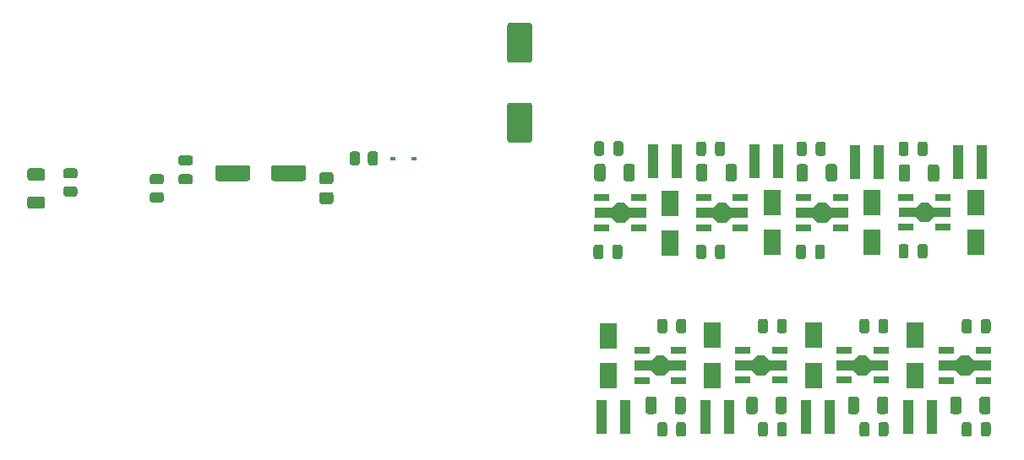
<source format=gtp>
G04 #@! TF.GenerationSoftware,KiCad,Pcbnew,5.1.11-e4df9d881f~92~ubuntu20.04.1*
G04 #@! TF.CreationDate,2021-10-31T15:28:21+01:00*
G04 #@! TF.ProjectId,CC dimmer low voltage,43432064-696d-46d6-9572-206c6f772076,0.96*
G04 #@! TF.SameCoordinates,Original*
G04 #@! TF.FileFunction,Paste,Top*
G04 #@! TF.FilePolarity,Positive*
%FSLAX46Y46*%
G04 Gerber Fmt 4.6, Leading zero omitted, Abs format (unit mm)*
G04 Created by KiCad (PCBNEW 5.1.11-e4df9d881f~92~ubuntu20.04.1) date 2021-10-31 15:28:21*
%MOMM*%
%LPD*%
G01*
G04 APERTURE LIST*
%ADD10C,0.150000*%
%ADD11R,1.500000X0.700000*%
%ADD12R,0.980000X3.400000*%
%ADD13R,1.800000X2.500000*%
%ADD14R,0.600000X0.450000*%
G04 APERTURE END LIST*
G36*
G01*
X167785200Y-76116200D02*
X167785200Y-75166200D01*
G75*
G02*
X168035200Y-74916200I250000J0D01*
G01*
X168535200Y-74916200D01*
G75*
G02*
X168785200Y-75166200I0J-250000D01*
G01*
X168785200Y-76116200D01*
G75*
G02*
X168535200Y-76366200I-250000J0D01*
G01*
X168035200Y-76366200D01*
G75*
G02*
X167785200Y-76116200I0J250000D01*
G01*
G37*
G36*
G01*
X165885200Y-76116200D02*
X165885200Y-75166200D01*
G75*
G02*
X166135200Y-74916200I250000J0D01*
G01*
X166635200Y-74916200D01*
G75*
G02*
X166885200Y-75166200I0J-250000D01*
G01*
X166885200Y-76116200D01*
G75*
G02*
X166635200Y-76366200I-250000J0D01*
G01*
X166135200Y-76366200D01*
G75*
G02*
X165885200Y-76116200I0J250000D01*
G01*
G37*
D10*
G36*
X167679800Y-72229600D02*
G01*
X165979800Y-72229600D01*
X165979800Y-71229600D01*
X167679800Y-71229600D01*
X168179800Y-70729600D01*
X168979800Y-70729600D01*
X169479800Y-71229600D01*
X171179800Y-71229600D01*
X171179800Y-72229600D01*
X169479800Y-72229600D01*
X168979800Y-72729600D01*
X168179800Y-72729600D01*
X167679800Y-72229600D01*
G37*
D11*
X170429800Y-70229600D03*
X170429800Y-73229600D03*
X166729800Y-70229600D03*
X166729800Y-73229600D03*
D12*
X166709000Y-92176600D03*
X169079000Y-92176600D03*
X177097600Y-92176600D03*
X179467600Y-92176600D03*
X187215600Y-92176600D03*
X189585600Y-92176600D03*
X197443000Y-92176600D03*
X199813000Y-92176600D03*
X204816800Y-66598800D03*
X202446800Y-66598800D03*
X194479000Y-66598800D03*
X192109000Y-66598800D03*
X184395200Y-66548000D03*
X182025200Y-66548000D03*
X174209800Y-66573400D03*
X171839800Y-66573400D03*
D11*
X186948200Y-73204200D03*
X186948200Y-70204200D03*
X190648200Y-73204200D03*
X190648200Y-70204200D03*
D10*
G36*
X187898200Y-72204200D02*
G01*
X186198200Y-72204200D01*
X186198200Y-71204200D01*
X187898200Y-71204200D01*
X188398200Y-70704200D01*
X189198200Y-70704200D01*
X189698200Y-71204200D01*
X191398200Y-71204200D01*
X191398200Y-72204200D01*
X189698200Y-72204200D01*
X189198200Y-72704200D01*
X188398200Y-72704200D01*
X187898200Y-72204200D01*
G37*
D13*
X198120000Y-84029800D03*
X198120000Y-88029800D03*
X177774600Y-88029800D03*
X177774600Y-84029800D03*
G36*
G01*
X165961400Y-65753000D02*
X165961400Y-64803000D01*
G75*
G02*
X166211400Y-64553000I250000J0D01*
G01*
X166711400Y-64553000D01*
G75*
G02*
X166961400Y-64803000I0J-250000D01*
G01*
X166961400Y-65753000D01*
G75*
G02*
X166711400Y-66003000I-250000J0D01*
G01*
X166211400Y-66003000D01*
G75*
G02*
X165961400Y-65753000I0J250000D01*
G01*
G37*
G36*
G01*
X167861400Y-65753000D02*
X167861400Y-64803000D01*
G75*
G02*
X168111400Y-64553000I250000J0D01*
G01*
X168611400Y-64553000D01*
G75*
G02*
X168861400Y-64803000I0J-250000D01*
G01*
X168861400Y-65753000D01*
G75*
G02*
X168611400Y-66003000I-250000J0D01*
G01*
X168111400Y-66003000D01*
G75*
G02*
X167861400Y-65753000I0J250000D01*
G01*
G37*
G36*
G01*
X176172200Y-76116200D02*
X176172200Y-75166200D01*
G75*
G02*
X176422200Y-74916200I250000J0D01*
G01*
X176922200Y-74916200D01*
G75*
G02*
X177172200Y-75166200I0J-250000D01*
G01*
X177172200Y-76116200D01*
G75*
G02*
X176922200Y-76366200I-250000J0D01*
G01*
X176422200Y-76366200D01*
G75*
G02*
X176172200Y-76116200I0J250000D01*
G01*
G37*
G36*
G01*
X178072200Y-76116200D02*
X178072200Y-75166200D01*
G75*
G02*
X178322200Y-74916200I250000J0D01*
G01*
X178822200Y-74916200D01*
G75*
G02*
X179072200Y-75166200I0J-250000D01*
G01*
X179072200Y-76116200D01*
G75*
G02*
X178822200Y-76366200I-250000J0D01*
G01*
X178322200Y-76366200D01*
G75*
G02*
X178072200Y-76116200I0J250000D01*
G01*
G37*
G36*
G01*
X176172200Y-65778400D02*
X176172200Y-64828400D01*
G75*
G02*
X176422200Y-64578400I250000J0D01*
G01*
X176922200Y-64578400D01*
G75*
G02*
X177172200Y-64828400I0J-250000D01*
G01*
X177172200Y-65778400D01*
G75*
G02*
X176922200Y-66028400I-250000J0D01*
G01*
X176422200Y-66028400D01*
G75*
G02*
X176172200Y-65778400I0J250000D01*
G01*
G37*
G36*
G01*
X178072200Y-65778400D02*
X178072200Y-64828400D01*
G75*
G02*
X178322200Y-64578400I250000J0D01*
G01*
X178822200Y-64578400D01*
G75*
G02*
X179072200Y-64828400I0J-250000D01*
G01*
X179072200Y-65778400D01*
G75*
G02*
X178822200Y-66028400I-250000J0D01*
G01*
X178322200Y-66028400D01*
G75*
G02*
X178072200Y-65778400I0J250000D01*
G01*
G37*
G36*
G01*
X186179800Y-76116200D02*
X186179800Y-75166200D01*
G75*
G02*
X186429800Y-74916200I250000J0D01*
G01*
X186929800Y-74916200D01*
G75*
G02*
X187179800Y-75166200I0J-250000D01*
G01*
X187179800Y-76116200D01*
G75*
G02*
X186929800Y-76366200I-250000J0D01*
G01*
X186429800Y-76366200D01*
G75*
G02*
X186179800Y-76116200I0J250000D01*
G01*
G37*
G36*
G01*
X188079800Y-76116200D02*
X188079800Y-75166200D01*
G75*
G02*
X188329800Y-74916200I250000J0D01*
G01*
X188829800Y-74916200D01*
G75*
G02*
X189079800Y-75166200I0J-250000D01*
G01*
X189079800Y-76116200D01*
G75*
G02*
X188829800Y-76366200I-250000J0D01*
G01*
X188329800Y-76366200D01*
G75*
G02*
X188079800Y-76116200I0J250000D01*
G01*
G37*
G36*
G01*
X188156000Y-65778400D02*
X188156000Y-64828400D01*
G75*
G02*
X188406000Y-64578400I250000J0D01*
G01*
X188906000Y-64578400D01*
G75*
G02*
X189156000Y-64828400I0J-250000D01*
G01*
X189156000Y-65778400D01*
G75*
G02*
X188906000Y-66028400I-250000J0D01*
G01*
X188406000Y-66028400D01*
G75*
G02*
X188156000Y-65778400I0J250000D01*
G01*
G37*
G36*
G01*
X186256000Y-65778400D02*
X186256000Y-64828400D01*
G75*
G02*
X186506000Y-64578400I250000J0D01*
G01*
X187006000Y-64578400D01*
G75*
G02*
X187256000Y-64828400I0J-250000D01*
G01*
X187256000Y-65778400D01*
G75*
G02*
X187006000Y-66028400I-250000J0D01*
G01*
X186506000Y-66028400D01*
G75*
G02*
X186256000Y-65778400I0J250000D01*
G01*
G37*
G36*
G01*
X198366800Y-76065400D02*
X198366800Y-75115400D01*
G75*
G02*
X198616800Y-74865400I250000J0D01*
G01*
X199116800Y-74865400D01*
G75*
G02*
X199366800Y-75115400I0J-250000D01*
G01*
X199366800Y-76065400D01*
G75*
G02*
X199116800Y-76315400I-250000J0D01*
G01*
X198616800Y-76315400D01*
G75*
G02*
X198366800Y-76065400I0J250000D01*
G01*
G37*
G36*
G01*
X196466800Y-76065400D02*
X196466800Y-75115400D01*
G75*
G02*
X196716800Y-74865400I250000J0D01*
G01*
X197216800Y-74865400D01*
G75*
G02*
X197466800Y-75115400I0J-250000D01*
G01*
X197466800Y-76065400D01*
G75*
G02*
X197216800Y-76315400I-250000J0D01*
G01*
X196716800Y-76315400D01*
G75*
G02*
X196466800Y-76065400I0J250000D01*
G01*
G37*
G36*
G01*
X196466800Y-65778400D02*
X196466800Y-64828400D01*
G75*
G02*
X196716800Y-64578400I250000J0D01*
G01*
X197216800Y-64578400D01*
G75*
G02*
X197466800Y-64828400I0J-250000D01*
G01*
X197466800Y-65778400D01*
G75*
G02*
X197216800Y-66028400I-250000J0D01*
G01*
X196716800Y-66028400D01*
G75*
G02*
X196466800Y-65778400I0J250000D01*
G01*
G37*
G36*
G01*
X198366800Y-65778400D02*
X198366800Y-64828400D01*
G75*
G02*
X198616800Y-64578400I250000J0D01*
G01*
X199116800Y-64578400D01*
G75*
G02*
X199366800Y-64828400I0J-250000D01*
G01*
X199366800Y-65778400D01*
G75*
G02*
X199116800Y-66028400I-250000J0D01*
G01*
X198616800Y-66028400D01*
G75*
G02*
X198366800Y-65778400I0J250000D01*
G01*
G37*
G36*
G01*
X203791400Y-82633800D02*
X203791400Y-83583800D01*
G75*
G02*
X203541400Y-83833800I-250000J0D01*
G01*
X203041400Y-83833800D01*
G75*
G02*
X202791400Y-83583800I0J250000D01*
G01*
X202791400Y-82633800D01*
G75*
G02*
X203041400Y-82383800I250000J0D01*
G01*
X203541400Y-82383800D01*
G75*
G02*
X203791400Y-82633800I0J-250000D01*
G01*
G37*
G36*
G01*
X205691400Y-82633800D02*
X205691400Y-83583800D01*
G75*
G02*
X205441400Y-83833800I-250000J0D01*
G01*
X204941400Y-83833800D01*
G75*
G02*
X204691400Y-83583800I0J250000D01*
G01*
X204691400Y-82633800D01*
G75*
G02*
X204941400Y-82383800I250000J0D01*
G01*
X205441400Y-82383800D01*
G75*
G02*
X205691400Y-82633800I0J-250000D01*
G01*
G37*
G36*
G01*
X202791400Y-93921600D02*
X202791400Y-92971600D01*
G75*
G02*
X203041400Y-92721600I250000J0D01*
G01*
X203541400Y-92721600D01*
G75*
G02*
X203791400Y-92971600I0J-250000D01*
G01*
X203791400Y-93921600D01*
G75*
G02*
X203541400Y-94171600I-250000J0D01*
G01*
X203041400Y-94171600D01*
G75*
G02*
X202791400Y-93921600I0J250000D01*
G01*
G37*
G36*
G01*
X204691400Y-93921600D02*
X204691400Y-92971600D01*
G75*
G02*
X204941400Y-92721600I250000J0D01*
G01*
X205441400Y-92721600D01*
G75*
G02*
X205691400Y-92971600I0J-250000D01*
G01*
X205691400Y-93921600D01*
G75*
G02*
X205441400Y-94171600I-250000J0D01*
G01*
X204941400Y-94171600D01*
G75*
G02*
X204691400Y-93921600I0J250000D01*
G01*
G37*
G36*
G01*
X193529800Y-82608400D02*
X193529800Y-83558400D01*
G75*
G02*
X193279800Y-83808400I-250000J0D01*
G01*
X192779800Y-83808400D01*
G75*
G02*
X192529800Y-83558400I0J250000D01*
G01*
X192529800Y-82608400D01*
G75*
G02*
X192779800Y-82358400I250000J0D01*
G01*
X193279800Y-82358400D01*
G75*
G02*
X193529800Y-82608400I0J-250000D01*
G01*
G37*
G36*
G01*
X195429800Y-82608400D02*
X195429800Y-83558400D01*
G75*
G02*
X195179800Y-83808400I-250000J0D01*
G01*
X194679800Y-83808400D01*
G75*
G02*
X194429800Y-83558400I0J250000D01*
G01*
X194429800Y-82608400D01*
G75*
G02*
X194679800Y-82358400I250000J0D01*
G01*
X195179800Y-82358400D01*
G75*
G02*
X195429800Y-82608400I0J-250000D01*
G01*
G37*
G36*
G01*
X194445000Y-93921600D02*
X194445000Y-92971600D01*
G75*
G02*
X194695000Y-92721600I250000J0D01*
G01*
X195195000Y-92721600D01*
G75*
G02*
X195445000Y-92971600I0J-250000D01*
G01*
X195445000Y-93921600D01*
G75*
G02*
X195195000Y-94171600I-250000J0D01*
G01*
X194695000Y-94171600D01*
G75*
G02*
X194445000Y-93921600I0J250000D01*
G01*
G37*
G36*
G01*
X192545000Y-93921600D02*
X192545000Y-92971600D01*
G75*
G02*
X192795000Y-92721600I250000J0D01*
G01*
X193295000Y-92721600D01*
G75*
G02*
X193545000Y-92971600I0J-250000D01*
G01*
X193545000Y-93921600D01*
G75*
G02*
X193295000Y-94171600I-250000J0D01*
G01*
X192795000Y-94171600D01*
G75*
G02*
X192545000Y-93921600I0J250000D01*
G01*
G37*
G36*
G01*
X185269800Y-82608400D02*
X185269800Y-83558400D01*
G75*
G02*
X185019800Y-83808400I-250000J0D01*
G01*
X184519800Y-83808400D01*
G75*
G02*
X184269800Y-83558400I0J250000D01*
G01*
X184269800Y-82608400D01*
G75*
G02*
X184519800Y-82358400I250000J0D01*
G01*
X185019800Y-82358400D01*
G75*
G02*
X185269800Y-82608400I0J-250000D01*
G01*
G37*
G36*
G01*
X183369800Y-82608400D02*
X183369800Y-83558400D01*
G75*
G02*
X183119800Y-83808400I-250000J0D01*
G01*
X182619800Y-83808400D01*
G75*
G02*
X182369800Y-83558400I0J250000D01*
G01*
X182369800Y-82608400D01*
G75*
G02*
X182619800Y-82358400I250000J0D01*
G01*
X183119800Y-82358400D01*
G75*
G02*
X183369800Y-82608400I0J-250000D01*
G01*
G37*
G36*
G01*
X184269800Y-93921600D02*
X184269800Y-92971600D01*
G75*
G02*
X184519800Y-92721600I250000J0D01*
G01*
X185019800Y-92721600D01*
G75*
G02*
X185269800Y-92971600I0J-250000D01*
G01*
X185269800Y-93921600D01*
G75*
G02*
X185019800Y-94171600I-250000J0D01*
G01*
X184519800Y-94171600D01*
G75*
G02*
X184269800Y-93921600I0J250000D01*
G01*
G37*
G36*
G01*
X182369800Y-93921600D02*
X182369800Y-92971600D01*
G75*
G02*
X182619800Y-92721600I250000J0D01*
G01*
X183119800Y-92721600D01*
G75*
G02*
X183369800Y-92971600I0J-250000D01*
G01*
X183369800Y-93921600D01*
G75*
G02*
X183119800Y-94171600I-250000J0D01*
G01*
X182619800Y-94171600D01*
G75*
G02*
X182369800Y-93921600I0J250000D01*
G01*
G37*
G36*
G01*
X173286000Y-82608400D02*
X173286000Y-83558400D01*
G75*
G02*
X173036000Y-83808400I-250000J0D01*
G01*
X172536000Y-83808400D01*
G75*
G02*
X172286000Y-83558400I0J250000D01*
G01*
X172286000Y-82608400D01*
G75*
G02*
X172536000Y-82358400I250000J0D01*
G01*
X173036000Y-82358400D01*
G75*
G02*
X173286000Y-82608400I0J-250000D01*
G01*
G37*
G36*
G01*
X175186000Y-82608400D02*
X175186000Y-83558400D01*
G75*
G02*
X174936000Y-83808400I-250000J0D01*
G01*
X174436000Y-83808400D01*
G75*
G02*
X174186000Y-83558400I0J250000D01*
G01*
X174186000Y-82608400D01*
G75*
G02*
X174436000Y-82358400I250000J0D01*
G01*
X174936000Y-82358400D01*
G75*
G02*
X175186000Y-82608400I0J-250000D01*
G01*
G37*
G36*
G01*
X172275800Y-93921600D02*
X172275800Y-92971600D01*
G75*
G02*
X172525800Y-92721600I250000J0D01*
G01*
X173025800Y-92721600D01*
G75*
G02*
X173275800Y-92971600I0J-250000D01*
G01*
X173275800Y-93921600D01*
G75*
G02*
X173025800Y-94171600I-250000J0D01*
G01*
X172525800Y-94171600D01*
G75*
G02*
X172275800Y-93921600I0J250000D01*
G01*
G37*
G36*
G01*
X174175800Y-93921600D02*
X174175800Y-92971600D01*
G75*
G02*
X174425800Y-92721600I250000J0D01*
G01*
X174925800Y-92721600D01*
G75*
G02*
X175175800Y-92971600I0J-250000D01*
G01*
X175175800Y-93921600D01*
G75*
G02*
X174925800Y-94171600I-250000J0D01*
G01*
X174425800Y-94171600D01*
G75*
G02*
X174175800Y-93921600I0J250000D01*
G01*
G37*
G36*
G01*
X159496000Y-64674000D02*
X157496000Y-64674000D01*
G75*
G02*
X157246000Y-64424000I0J250000D01*
G01*
X157246000Y-60924000D01*
G75*
G02*
X157496000Y-60674000I250000J0D01*
G01*
X159496000Y-60674000D01*
G75*
G02*
X159746000Y-60924000I0J-250000D01*
G01*
X159746000Y-64424000D01*
G75*
G02*
X159496000Y-64674000I-250000J0D01*
G01*
G37*
G36*
G01*
X159496000Y-56674000D02*
X157496000Y-56674000D01*
G75*
G02*
X157246000Y-56424000I0J250000D01*
G01*
X157246000Y-52924000D01*
G75*
G02*
X157496000Y-52674000I250000J0D01*
G01*
X159496000Y-52674000D01*
G75*
G02*
X159746000Y-52924000I0J-250000D01*
G01*
X159746000Y-56424000D01*
G75*
G02*
X159496000Y-56674000I-250000J0D01*
G01*
G37*
G36*
G01*
X137087200Y-67191800D02*
X137087200Y-68291800D01*
G75*
G02*
X136837200Y-68541800I-250000J0D01*
G01*
X133837200Y-68541800D01*
G75*
G02*
X133587200Y-68291800I0J250000D01*
G01*
X133587200Y-67191800D01*
G75*
G02*
X133837200Y-66941800I250000J0D01*
G01*
X136837200Y-66941800D01*
G75*
G02*
X137087200Y-67191800I0J-250000D01*
G01*
G37*
G36*
G01*
X131487200Y-67191800D02*
X131487200Y-68291800D01*
G75*
G02*
X131237200Y-68541800I-250000J0D01*
G01*
X128237200Y-68541800D01*
G75*
G02*
X127987200Y-68291800I0J250000D01*
G01*
X127987200Y-67191800D01*
G75*
G02*
X128237200Y-66941800I250000J0D01*
G01*
X131237200Y-66941800D01*
G75*
G02*
X131487200Y-67191800I0J-250000D01*
G01*
G37*
G36*
G01*
X125493800Y-68861600D02*
X124543800Y-68861600D01*
G75*
G02*
X124293800Y-68611600I0J250000D01*
G01*
X124293800Y-68111600D01*
G75*
G02*
X124543800Y-67861600I250000J0D01*
G01*
X125493800Y-67861600D01*
G75*
G02*
X125743800Y-68111600I0J-250000D01*
G01*
X125743800Y-68611600D01*
G75*
G02*
X125493800Y-68861600I-250000J0D01*
G01*
G37*
G36*
G01*
X125493800Y-66961600D02*
X124543800Y-66961600D01*
G75*
G02*
X124293800Y-66711600I0J250000D01*
G01*
X124293800Y-66211600D01*
G75*
G02*
X124543800Y-65961600I250000J0D01*
G01*
X125493800Y-65961600D01*
G75*
G02*
X125743800Y-66211600I0J-250000D01*
G01*
X125743800Y-66711600D01*
G75*
G02*
X125493800Y-66961600I-250000J0D01*
G01*
G37*
X173532800Y-74745600D03*
X173532800Y-70745600D03*
X183769000Y-74720200D03*
X183769000Y-70720200D03*
X193776600Y-74694800D03*
X193776600Y-70694800D03*
X204165200Y-70720200D03*
X204165200Y-74720200D03*
X187909200Y-88029800D03*
X187909200Y-84029800D03*
X167386000Y-88055200D03*
X167386000Y-84055200D03*
D14*
X147887400Y-66268600D03*
X145787400Y-66268600D03*
G36*
G01*
X110657800Y-71316200D02*
X109407800Y-71316200D01*
G75*
G02*
X109157800Y-71066200I0J250000D01*
G01*
X109157800Y-70316200D01*
G75*
G02*
X109407800Y-70066200I250000J0D01*
G01*
X110657800Y-70066200D01*
G75*
G02*
X110907800Y-70316200I0J-250000D01*
G01*
X110907800Y-71066200D01*
G75*
G02*
X110657800Y-71316200I-250000J0D01*
G01*
G37*
G36*
G01*
X110657800Y-68516200D02*
X109407800Y-68516200D01*
G75*
G02*
X109157800Y-68266200I0J250000D01*
G01*
X109157800Y-67516200D01*
G75*
G02*
X109407800Y-67266200I250000J0D01*
G01*
X110657800Y-67266200D01*
G75*
G02*
X110907800Y-67516200I0J-250000D01*
G01*
X110907800Y-68266200D01*
G75*
G02*
X110657800Y-68516200I-250000J0D01*
G01*
G37*
G36*
G01*
X138665799Y-67656400D02*
X139565801Y-67656400D01*
G75*
G02*
X139815800Y-67906399I0J-249999D01*
G01*
X139815800Y-68606401D01*
G75*
G02*
X139565801Y-68856400I-249999J0D01*
G01*
X138665799Y-68856400D01*
G75*
G02*
X138415800Y-68606401I0J249999D01*
G01*
X138415800Y-67906399D01*
G75*
G02*
X138665799Y-67656400I249999J0D01*
G01*
G37*
G36*
G01*
X138665799Y-69656400D02*
X139565801Y-69656400D01*
G75*
G02*
X139815800Y-69906399I0J-249999D01*
G01*
X139815800Y-70606401D01*
G75*
G02*
X139565801Y-70856400I-249999J0D01*
G01*
X138665799Y-70856400D01*
G75*
G02*
X138415800Y-70606401I0J249999D01*
G01*
X138415800Y-69906399D01*
G75*
G02*
X138665799Y-69656400I249999J0D01*
G01*
G37*
G36*
G01*
X165970600Y-68316003D02*
X165970600Y-67065997D01*
G75*
G02*
X166220597Y-66816000I249997J0D01*
G01*
X166845603Y-66816000D01*
G75*
G02*
X167095600Y-67065997I0J-249997D01*
G01*
X167095600Y-68316003D01*
G75*
G02*
X166845603Y-68566000I-249997J0D01*
G01*
X166220597Y-68566000D01*
G75*
G02*
X165970600Y-68316003I0J249997D01*
G01*
G37*
G36*
G01*
X168895600Y-68316003D02*
X168895600Y-67065997D01*
G75*
G02*
X169145597Y-66816000I249997J0D01*
G01*
X169770603Y-66816000D01*
G75*
G02*
X170020600Y-67065997I0J-249997D01*
G01*
X170020600Y-68316003D01*
G75*
G02*
X169770603Y-68566000I-249997J0D01*
G01*
X169145597Y-68566000D01*
G75*
G02*
X168895600Y-68316003I0J249997D01*
G01*
G37*
G36*
G01*
X179106400Y-68316003D02*
X179106400Y-67065997D01*
G75*
G02*
X179356397Y-66816000I249997J0D01*
G01*
X179981403Y-66816000D01*
G75*
G02*
X180231400Y-67065997I0J-249997D01*
G01*
X180231400Y-68316003D01*
G75*
G02*
X179981403Y-68566000I-249997J0D01*
G01*
X179356397Y-68566000D01*
G75*
G02*
X179106400Y-68316003I0J249997D01*
G01*
G37*
G36*
G01*
X176181400Y-68316003D02*
X176181400Y-67065997D01*
G75*
G02*
X176431397Y-66816000I249997J0D01*
G01*
X177056403Y-66816000D01*
G75*
G02*
X177306400Y-67065997I0J-249997D01*
G01*
X177306400Y-68316003D01*
G75*
G02*
X177056403Y-68566000I-249997J0D01*
G01*
X176431397Y-68566000D01*
G75*
G02*
X176181400Y-68316003I0J249997D01*
G01*
G37*
G36*
G01*
X189164800Y-68341403D02*
X189164800Y-67091397D01*
G75*
G02*
X189414797Y-66841400I249997J0D01*
G01*
X190039803Y-66841400D01*
G75*
G02*
X190289800Y-67091397I0J-249997D01*
G01*
X190289800Y-68341403D01*
G75*
G02*
X190039803Y-68591400I-249997J0D01*
G01*
X189414797Y-68591400D01*
G75*
G02*
X189164800Y-68341403I0J249997D01*
G01*
G37*
G36*
G01*
X186239800Y-68341403D02*
X186239800Y-67091397D01*
G75*
G02*
X186489797Y-66841400I249997J0D01*
G01*
X187114803Y-66841400D01*
G75*
G02*
X187364800Y-67091397I0J-249997D01*
G01*
X187364800Y-68341403D01*
G75*
G02*
X187114803Y-68591400I-249997J0D01*
G01*
X186489797Y-68591400D01*
G75*
G02*
X186239800Y-68341403I0J249997D01*
G01*
G37*
G36*
G01*
X196476000Y-68366803D02*
X196476000Y-67116797D01*
G75*
G02*
X196725997Y-66866800I249997J0D01*
G01*
X197351003Y-66866800D01*
G75*
G02*
X197601000Y-67116797I0J-249997D01*
G01*
X197601000Y-68366803D01*
G75*
G02*
X197351003Y-68616800I-249997J0D01*
G01*
X196725997Y-68616800D01*
G75*
G02*
X196476000Y-68366803I0J249997D01*
G01*
G37*
G36*
G01*
X199401000Y-68366803D02*
X199401000Y-67116797D01*
G75*
G02*
X199650997Y-66866800I249997J0D01*
G01*
X200276003Y-66866800D01*
G75*
G02*
X200526000Y-67116797I0J-249997D01*
G01*
X200526000Y-68366803D01*
G75*
G02*
X200276003Y-68616800I-249997J0D01*
G01*
X199650997Y-68616800D01*
G75*
G02*
X199401000Y-68366803I0J249997D01*
G01*
G37*
G36*
G01*
X202757200Y-90408597D02*
X202757200Y-91658603D01*
G75*
G02*
X202507203Y-91908600I-249997J0D01*
G01*
X201882197Y-91908600D01*
G75*
G02*
X201632200Y-91658603I0J249997D01*
G01*
X201632200Y-90408597D01*
G75*
G02*
X201882197Y-90158600I249997J0D01*
G01*
X202507203Y-90158600D01*
G75*
G02*
X202757200Y-90408597I0J-249997D01*
G01*
G37*
G36*
G01*
X205682200Y-90408597D02*
X205682200Y-91658603D01*
G75*
G02*
X205432203Y-91908600I-249997J0D01*
G01*
X204807197Y-91908600D01*
G75*
G02*
X204557200Y-91658603I0J249997D01*
G01*
X204557200Y-90408597D01*
G75*
G02*
X204807197Y-90158600I249997J0D01*
G01*
X205432203Y-90158600D01*
G75*
G02*
X205682200Y-90408597I0J-249997D01*
G01*
G37*
G36*
G01*
X195431300Y-90408597D02*
X195431300Y-91658603D01*
G75*
G02*
X195181303Y-91908600I-249997J0D01*
G01*
X194556297Y-91908600D01*
G75*
G02*
X194306300Y-91658603I0J249997D01*
G01*
X194306300Y-90408597D01*
G75*
G02*
X194556297Y-90158600I249997J0D01*
G01*
X195181303Y-90158600D01*
G75*
G02*
X195431300Y-90408597I0J-249997D01*
G01*
G37*
G36*
G01*
X192506300Y-90408597D02*
X192506300Y-91658603D01*
G75*
G02*
X192256303Y-91908600I-249997J0D01*
G01*
X191631297Y-91908600D01*
G75*
G02*
X191381300Y-91658603I0J249997D01*
G01*
X191381300Y-90408597D01*
G75*
G02*
X191631297Y-90158600I249997J0D01*
G01*
X192256303Y-90158600D01*
G75*
G02*
X192506300Y-90408597I0J-249997D01*
G01*
G37*
G36*
G01*
X182335600Y-90408597D02*
X182335600Y-91658603D01*
G75*
G02*
X182085603Y-91908600I-249997J0D01*
G01*
X181460597Y-91908600D01*
G75*
G02*
X181210600Y-91658603I0J249997D01*
G01*
X181210600Y-90408597D01*
G75*
G02*
X181460597Y-90158600I249997J0D01*
G01*
X182085603Y-90158600D01*
G75*
G02*
X182335600Y-90408597I0J-249997D01*
G01*
G37*
G36*
G01*
X185260600Y-90408597D02*
X185260600Y-91658603D01*
G75*
G02*
X185010603Y-91908600I-249997J0D01*
G01*
X184385597Y-91908600D01*
G75*
G02*
X184135600Y-91658603I0J249997D01*
G01*
X184135600Y-90408597D01*
G75*
G02*
X184385597Y-90158600I249997J0D01*
G01*
X185010603Y-90158600D01*
G75*
G02*
X185260600Y-90408597I0J-249997D01*
G01*
G37*
G36*
G01*
X175151400Y-90408597D02*
X175151400Y-91658603D01*
G75*
G02*
X174901403Y-91908600I-249997J0D01*
G01*
X174276397Y-91908600D01*
G75*
G02*
X174026400Y-91658603I0J249997D01*
G01*
X174026400Y-90408597D01*
G75*
G02*
X174276397Y-90158600I249997J0D01*
G01*
X174901403Y-90158600D01*
G75*
G02*
X175151400Y-90408597I0J-249997D01*
G01*
G37*
G36*
G01*
X172226400Y-90408597D02*
X172226400Y-91658603D01*
G75*
G02*
X171976403Y-91908600I-249997J0D01*
G01*
X171351397Y-91908600D01*
G75*
G02*
X171101400Y-91658603I0J249997D01*
G01*
X171101400Y-90408597D01*
G75*
G02*
X171351397Y-90158600I249997J0D01*
G01*
X171976403Y-90158600D01*
G75*
G02*
X172226400Y-90408597I0J-249997D01*
G01*
G37*
G36*
G01*
X121673198Y-67840800D02*
X122573202Y-67840800D01*
G75*
G02*
X122823200Y-68090798I0J-249998D01*
G01*
X122823200Y-68615802D01*
G75*
G02*
X122573202Y-68865800I-249998J0D01*
G01*
X121673198Y-68865800D01*
G75*
G02*
X121423200Y-68615802I0J249998D01*
G01*
X121423200Y-68090798D01*
G75*
G02*
X121673198Y-67840800I249998J0D01*
G01*
G37*
G36*
G01*
X121673198Y-69665800D02*
X122573202Y-69665800D01*
G75*
G02*
X122823200Y-69915798I0J-249998D01*
G01*
X122823200Y-70440802D01*
G75*
G02*
X122573202Y-70690800I-249998J0D01*
G01*
X121673198Y-70690800D01*
G75*
G02*
X121423200Y-70440802I0J249998D01*
G01*
X121423200Y-69915798D01*
G75*
G02*
X121673198Y-69665800I249998J0D01*
G01*
G37*
G36*
G01*
X142475000Y-65818598D02*
X142475000Y-66718602D01*
G75*
G02*
X142225002Y-66968600I-249998J0D01*
G01*
X141699998Y-66968600D01*
G75*
G02*
X141450000Y-66718602I0J249998D01*
G01*
X141450000Y-65818598D01*
G75*
G02*
X141699998Y-65568600I249998J0D01*
G01*
X142225002Y-65568600D01*
G75*
G02*
X142475000Y-65818598I0J-249998D01*
G01*
G37*
G36*
G01*
X144300000Y-65818598D02*
X144300000Y-66718602D01*
G75*
G02*
X144050002Y-66968600I-249998J0D01*
G01*
X143524998Y-66968600D01*
G75*
G02*
X143275000Y-66718602I0J249998D01*
G01*
X143275000Y-65818598D01*
G75*
G02*
X143524998Y-65568600I249998J0D01*
G01*
X144050002Y-65568600D01*
G75*
G02*
X144300000Y-65818598I0J-249998D01*
G01*
G37*
G36*
G01*
X113911802Y-70106600D02*
X113011798Y-70106600D01*
G75*
G02*
X112761800Y-69856602I0J249998D01*
G01*
X112761800Y-69331598D01*
G75*
G02*
X113011798Y-69081600I249998J0D01*
G01*
X113911802Y-69081600D01*
G75*
G02*
X114161800Y-69331598I0J-249998D01*
G01*
X114161800Y-69856602D01*
G75*
G02*
X113911802Y-70106600I-249998J0D01*
G01*
G37*
G36*
G01*
X113911802Y-68281600D02*
X113011798Y-68281600D01*
G75*
G02*
X112761800Y-68031602I0J249998D01*
G01*
X112761800Y-67506598D01*
G75*
G02*
X113011798Y-67256600I249998J0D01*
G01*
X113911802Y-67256600D01*
G75*
G02*
X114161800Y-67506598I0J-249998D01*
G01*
X114161800Y-68031602D01*
G75*
G02*
X113911802Y-68281600I-249998J0D01*
G01*
G37*
D10*
G36*
X177865200Y-72229600D02*
G01*
X176165200Y-72229600D01*
X176165200Y-71229600D01*
X177865200Y-71229600D01*
X178365200Y-70729600D01*
X179165200Y-70729600D01*
X179665200Y-71229600D01*
X181365200Y-71229600D01*
X181365200Y-72229600D01*
X179665200Y-72229600D01*
X179165200Y-72729600D01*
X178365200Y-72729600D01*
X177865200Y-72229600D01*
G37*
D11*
X180615200Y-70229600D03*
X180615200Y-73229600D03*
X176915200Y-70229600D03*
X176915200Y-73229600D03*
D10*
G36*
X198159800Y-72178800D02*
G01*
X196459800Y-72178800D01*
X196459800Y-71178800D01*
X198159800Y-71178800D01*
X198659800Y-70678800D01*
X199459800Y-70678800D01*
X199959800Y-71178800D01*
X201659800Y-71178800D01*
X201659800Y-72178800D01*
X199959800Y-72178800D01*
X199459800Y-72678800D01*
X198659800Y-72678800D01*
X198159800Y-72178800D01*
G37*
D11*
X200909800Y-70178800D03*
X200909800Y-73178800D03*
X197209800Y-70178800D03*
X197209800Y-73178800D03*
X204948400Y-85545800D03*
X204948400Y-88545800D03*
X201248400Y-85545800D03*
X201248400Y-88545800D03*
D10*
G36*
X203998400Y-86545800D02*
G01*
X205698400Y-86545800D01*
X205698400Y-87545800D01*
X203998400Y-87545800D01*
X203498400Y-88045800D01*
X202698400Y-88045800D01*
X202198400Y-87545800D01*
X200498400Y-87545800D01*
X200498400Y-86545800D01*
X202198400Y-86545800D01*
X202698400Y-86045800D01*
X203498400Y-86045800D01*
X203998400Y-86545800D01*
G37*
D11*
X194686800Y-85520400D03*
X194686800Y-88520400D03*
X190986800Y-85520400D03*
X190986800Y-88520400D03*
D10*
G36*
X193736800Y-86520400D02*
G01*
X195436800Y-86520400D01*
X195436800Y-87520400D01*
X193736800Y-87520400D01*
X193236800Y-88020400D01*
X192436800Y-88020400D01*
X191936800Y-87520400D01*
X190236800Y-87520400D01*
X190236800Y-86520400D01*
X191936800Y-86520400D01*
X192436800Y-86020400D01*
X193236800Y-86020400D01*
X193736800Y-86520400D01*
G37*
D11*
X184526800Y-85520400D03*
X184526800Y-88520400D03*
X180826800Y-85520400D03*
X180826800Y-88520400D03*
D10*
G36*
X183576800Y-86520400D02*
G01*
X185276800Y-86520400D01*
X185276800Y-87520400D01*
X183576800Y-87520400D01*
X183076800Y-88020400D01*
X182276800Y-88020400D01*
X181776800Y-87520400D01*
X180076800Y-87520400D01*
X180076800Y-86520400D01*
X181776800Y-86520400D01*
X182276800Y-86020400D01*
X183076800Y-86020400D01*
X183576800Y-86520400D01*
G37*
G36*
X173493000Y-86545800D02*
G01*
X175193000Y-86545800D01*
X175193000Y-87545800D01*
X173493000Y-87545800D01*
X172993000Y-88045800D01*
X172193000Y-88045800D01*
X171693000Y-87545800D01*
X169993000Y-87545800D01*
X169993000Y-86545800D01*
X171693000Y-86545800D01*
X172193000Y-86045800D01*
X172993000Y-86045800D01*
X173493000Y-86545800D01*
G37*
D11*
X170743000Y-88545800D03*
X170743000Y-85545800D03*
X174443000Y-88545800D03*
X174443000Y-85545800D03*
M02*

</source>
